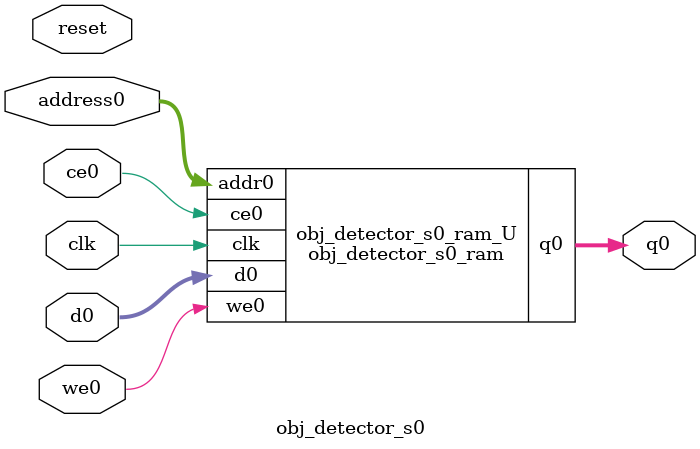
<source format=v>

`timescale 1 ns / 1 ps
module obj_detector_s0_ram (addr0, ce0, d0, we0, q0,  clk);

parameter DWIDTH = 32;
parameter AWIDTH = 12;
parameter MEM_SIZE = 3456;

input[AWIDTH-1:0] addr0;
input ce0;
input[DWIDTH-1:0] d0;
input we0;
output reg[DWIDTH-1:0] q0;
input clk;

(* ram_style = "block" *)reg [DWIDTH-1:0] ram[MEM_SIZE-1:0];




always @(posedge clk)  
begin 
    if (ce0) 
    begin
        if (we0) 
        begin 
            ram[addr0] <= d0; 
            q0 <= d0;
        end 
        else 
            q0 <= ram[addr0];
    end
end


endmodule


`timescale 1 ns / 1 ps
module obj_detector_s0(
    reset,
    clk,
    address0,
    ce0,
    we0,
    d0,
    q0);

parameter DataWidth = 32'd32;
parameter AddressRange = 32'd3456;
parameter AddressWidth = 32'd12;
input reset;
input clk;
input[AddressWidth - 1:0] address0;
input ce0;
input we0;
input[DataWidth - 1:0] d0;
output[DataWidth - 1:0] q0;



obj_detector_s0_ram obj_detector_s0_ram_U(
    .clk( clk ),
    .addr0( address0 ),
    .ce0( ce0 ),
    .d0( d0 ),
    .we0( we0 ),
    .q0( q0 ));

endmodule


</source>
